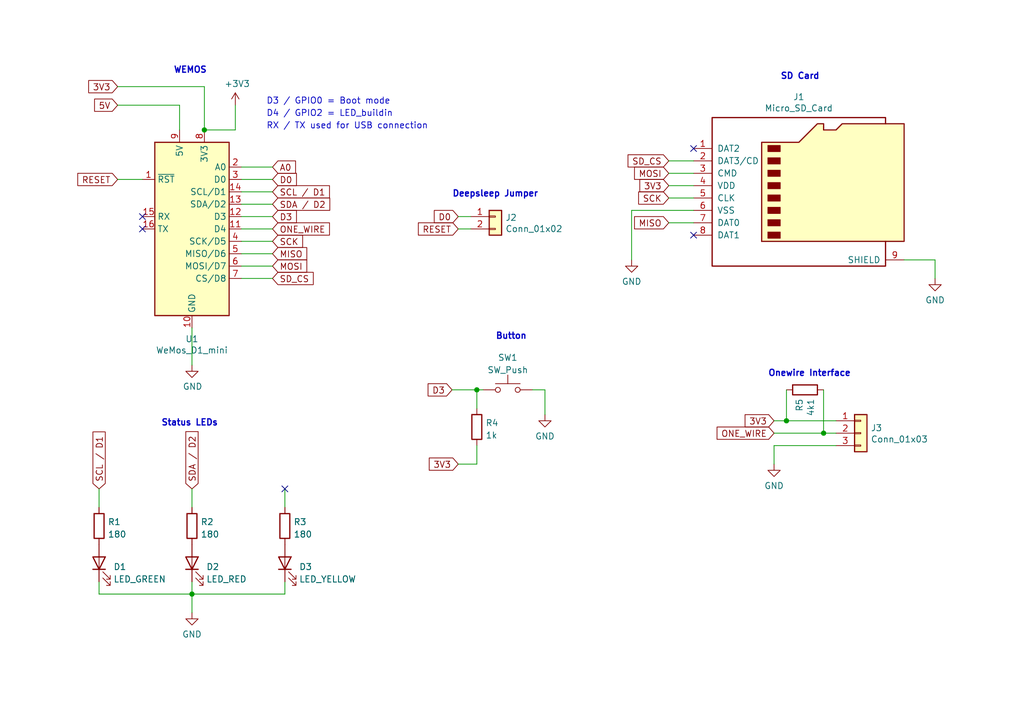
<source format=kicad_sch>
(kicad_sch (version 20211123) (generator eeschema)
  (paper "A5")
  (title_block (title "NAVEL: Food Safety Prototype") (date "2022-05-19") (rev "0.1") (company "Sustainable Communication Networks (ComNets), University of Bremen") (comment 1 "Author: Jens Dede, jd@comnets.uni-bremen.de") (comment 2 "Github: https://github.com/ComNets-Bremen/NAVEL"))
  (lib_symbols
    (symbol "Connector:Micro_SD_Card" (pin_names (offset 1.016))
      (property "Reference" "J" (at -16.51 15.24 0))
      (property "Value" "Micro_SD_Card" (at 16.51 15.24 0))
      (symbol "Micro_SD_Card_0_1"
        (rectangle (start -7.62 -9.525) (end -5.08 -10.795) (fill (type outline)))
        (rectangle (start -7.62 -6.985) (end -5.08 -8.255) (fill (type outline)))
        (rectangle (start -7.62 -4.445) (end -5.08 -5.715) (fill (type outline)))
        (rectangle (start -7.62 -1.905) (end -5.08 -3.175) (fill (type outline)))
        (rectangle (start -7.62 0.635) (end -5.08 -0.635) (fill (type outline)))
        (rectangle (start -7.62 3.175) (end -5.08 1.905) (fill (type outline)))
        (rectangle (start -7.62 5.715) (end -5.08 4.445) (fill (type outline)))
        (rectangle (start -7.62 8.255) (end -5.08 6.985) (fill (type outline)))
        (polyline (pts (xy 16.51 12.7) (xy 16.51 13.97) (xy -19.05 13.97) (xy -19.05 -16.51) (xy 16.51 -16.51) (xy 16.51 -11.43)) (stroke (width 0.254)))
        (polyline (pts (xy -8.89 -11.43) (xy -8.89 8.89) (xy -1.27 8.89) (xy 2.54 12.7) (xy 3.81 12.7) (xy 3.81 11.43) (xy 6.35 11.43) (xy 7.62 12.7) (xy 20.32 12.7) (xy 20.32 -11.43) (xy -8.89 -11.43)) (stroke (width 0.254)) (fill (type background)))
      )
      (symbol "Micro_SD_Card_1_1"
        (pin bidirectional line (at -22.86 7.62 0) (length 3.81) (name "DAT2") (number "1"))
        (pin bidirectional line (at -22.86 5.08 0) (length 3.81) (name "DAT3/CD") (number "2"))
        (pin input line (at -22.86 2.54 0) (length 3.81) (name "CMD") (number "3"))
        (pin power_in line (at -22.86 0 0) (length 3.81) (name "VDD") (number "4"))
        (pin input line (at -22.86 -2.54 0) (length 3.81) (name "CLK") (number "5"))
        (pin power_in line (at -22.86 -5.08 0) (length 3.81) (name "VSS") (number "6"))
        (pin bidirectional line (at -22.86 -7.62 0) (length 3.81) (name "DAT0") (number "7"))
        (pin bidirectional line (at -22.86 -10.16 0) (length 3.81) (name "DAT1") (number "8"))
        (pin passive line (at 20.32 -15.24 180) (length 3.81) (name "SHIELD") (number "9"))
      )
    )
    (symbol "Connector_Generic:Conn_01x02" (pin_names (offset 1.016) hide)
      (property "Reference" "J" (at 0 2.54 0))
      (property "Value" "Conn_01x02" (at 0 -5.08 0))
      (symbol "Conn_01x02_1_1"
        (rectangle (start -1.27 -2.413) (end 0 -2.667) (stroke (width 0.1524)))
        (rectangle (start -1.27 0.127) (end 0 -0.127) (stroke (width 0.1524)))
        (rectangle (start -1.27 1.27) (end 1.27 -3.81) (stroke (width 0.254)) (fill (type background)))
        (pin passive line (at -5.08 0 0) (length 3.81) (name "Pin_1") (number "1"))
        (pin passive line (at -5.08 -2.54 0) (length 3.81) (name "Pin_2") (number "2"))
      )
    )
    (symbol "Connector_Generic:Conn_01x03" (pin_names (offset 1.016) hide)
      (property "Reference" "J" (at 0 5.08 0))
      (property "Value" "Conn_01x03" (at 0 -5.08 0))
      (symbol "Conn_01x03_1_1"
        (rectangle (start -1.27 -2.413) (end 0 -2.667) (stroke (width 0.1524)))
        (rectangle (start -1.27 0.127) (end 0 -0.127) (stroke (width 0.1524)))
        (rectangle (start -1.27 2.667) (end 0 2.413) (stroke (width 0.1524)))
        (rectangle (start -1.27 3.81) (end 1.27 -3.81) (stroke (width 0.254)) (fill (type background)))
        (pin passive line (at -5.08 2.54 0) (length 3.81) (name "Pin_1") (number "1"))
        (pin passive line (at -5.08 0 0) (length 3.81) (name "Pin_2") (number "2"))
        (pin passive line (at -5.08 -2.54 0) (length 3.81) (name "Pin_3") (number "3"))
      )
    )
    (symbol "Device:LED" (pin_numbers hide) (pin_names (offset 1.016) hide)
      (property "Reference" "D" (at 0 2.54 0))
      (property "Value" "LED" (at 0 -2.54 0))
      (symbol "LED_0_1"
        (polyline (pts (xy -1.27 -1.27) (xy -1.27 1.27)) (stroke (width 0.254)))
        (polyline (pts (xy -1.27 0) (xy 1.27 0)))
        (polyline (pts (xy 1.27 -1.27) (xy 1.27 1.27) (xy -1.27 0) (xy 1.27 -1.27)) (stroke (width 0.254)))
        (polyline (pts (xy -3.048 -0.762) (xy -4.572 -2.286) (xy -3.81 -2.286) (xy -4.572 -2.286) (xy -4.572 -1.524)))
        (polyline (pts (xy -1.778 -0.762) (xy -3.302 -2.286) (xy -2.54 -2.286) (xy -3.302 -2.286) (xy -3.302 -1.524)))
      )
      (symbol "LED_1_1"
        (pin passive line (at -3.81 0 0) (length 2.54) (name "K") (number "1"))
        (pin passive line (at 3.81 0 180) (length 2.54) (name "A") (number "2"))
      )
    )
    (symbol "Device:R" (pin_numbers hide) (pin_names (offset 0))
      (property "Reference" "R" (at 2.032 0 90))
      (property "Value" "R" (at 0 0 90))
      (symbol "R_0_1"
        (rectangle (start -1.016 -2.54) (end 1.016 2.54) (stroke (width 0.254)))
      )
      (symbol "R_1_1"
        (pin passive line (at 0 3.81 270) (length 1.27) (name "~") (number "1"))
        (pin passive line (at 0 -3.81 90) (length 1.27) (name "~") (number "2"))
      )
    )
    (symbol "MCU_Module:WeMos_D1_mini"
      (property "Reference" "U" (at 3.81 19.05 0))
      (property "Value" "WeMos_D1_mini" (at 1.27 -19.05 0))
      (symbol "WeMos_D1_mini_1_1"
        (rectangle (start -7.62 17.78) (end 7.62 -17.78) (stroke (width 0.254)) (fill (type background)))
        (pin input line (at -10.16 10.16 0) (length 2.54) (name "~{RST}") (number "1"))
        (pin power_in line (at 0 -20.32 90) (length 2.54) (name "GND") (number "10"))
        (pin bidirectional line (at 10.16 0 180) (length 2.54) (name "D4") (number "11"))
        (pin bidirectional line (at 10.16 2.54 180) (length 2.54) (name "D3") (number "12"))
        (pin bidirectional line (at 10.16 5.08 180) (length 2.54) (name "SDA/D2") (number "13"))
        (pin bidirectional line (at 10.16 7.62 180) (length 2.54) (name "SCL/D1") (number "14"))
        (pin input line (at -10.16 2.54 0) (length 2.54) (name "RX") (number "15"))
        (pin output line (at -10.16 0 0) (length 2.54) (name "TX") (number "16"))
        (pin input line (at 10.16 12.7 180) (length 2.54) (name "A0") (number "2"))
        (pin bidirectional line (at 10.16 10.16 180) (length 2.54) (name "D0") (number "3"))
        (pin bidirectional line (at 10.16 -2.54 180) (length 2.54) (name "SCK/D5") (number "4"))
        (pin bidirectional line (at 10.16 -5.08 180) (length 2.54) (name "MISO/D6") (number "5"))
        (pin bidirectional line (at 10.16 -7.62 180) (length 2.54) (name "MOSI/D7") (number "6"))
        (pin bidirectional line (at 10.16 -10.16 180) (length 2.54) (name "CS/D8") (number "7"))
        (pin power_out line (at 2.54 20.32 270) (length 2.54) (name "3V3") (number "8"))
        (pin power_in line (at -2.54 20.32 270) (length 2.54) (name "5V") (number "9"))
      )
    )
    (symbol "Switch:SW_Push" (pin_numbers hide) (pin_names (offset 1.016) hide)
      (property "Reference" "SW" (at 1.27 2.54 0))
      (property "Value" "SW_Push" (at 0 -1.524 0))
      (symbol "SW_Push_0_1"
        (circle (center -2.032 0) (radius 0.508))
        (polyline (pts (xy 0 1.27) (xy 0 3.048)))
        (polyline (pts (xy 2.54 1.27) (xy -2.54 1.27)))
        (circle (center 2.032 0) (radius 0.508))
        (pin passive line (at -5.08 0 0) (length 2.54) (name "1") (number "1"))
        (pin passive line (at 5.08 0 180) (length 2.54) (name "2") (number "2"))
      )
    )
    (symbol "power:+3.3V" (power) (pin_names (offset 0))
      (property "Value" "+3.3V" (at 0 3.556 0))
      (symbol "+3.3V_0_1"
        (polyline (pts (xy -0.762 1.27) (xy 0 2.54)))
        (polyline (pts (xy 0 0) (xy 0 2.54)))
        (polyline (pts (xy 0 2.54) (xy 0.762 1.27)))
      )
      (symbol "+3.3V_1_1"
        (pin power_in line (at 0 0 90) (length 0) hide (name "+3V3") (number "1"))
      )
    )
    (symbol "power:GND" (power) (pin_names (offset 0))
      (property "Value" "GND" (at 0 -3.81 0))
      (symbol "GND_0_1"
        (polyline (pts (xy 0 0) (xy 0 -1.27) (xy 1.27 -1.27) (xy 0 -2.54) (xy -1.27 -1.27) (xy 0 -1.27)))
      )
      (symbol "GND_1_1"
        (pin power_in line (at 0 0 270) (length 0) hide (name "GND") (number "1"))
      )
    )
  )
  (junction (at 161.29 86.36))
  (junction (at 168.91 88.9))
  (junction (at 97.79 80.01))
  (junction (at 39.37 121.92))
  (junction (at 41.91 26.67))
  (no_connect (at 58.42 100.33))
  (no_connect (at 29.21 46.99))
  (no_connect (at 29.21 44.45))
  (no_connect (at 142.24 48.26))
  (no_connect (at 142.24 30.48))
  (wire (pts (xy 55.88 41.91) (xy 49.53 41.91)))
  (wire (pts (xy 129.54 43.18) (xy 129.54 53.34)))
  (wire (pts (xy 48.26 21.59) (xy 48.26 26.67)))
  (wire (pts (xy 96.52 44.45) (xy 93.98 44.45)))
  (wire (pts (xy 158.75 91.44) (xy 158.75 95.25)))
  (wire (pts (xy 58.42 100.33) (xy 58.42 104.14)))
  (wire (pts (xy 137.16 45.72) (xy 142.24 45.72)))
  (wire (pts (xy 97.79 80.01) (xy 99.06 80.01)))
  (wire (pts (xy 185.42 53.34) (xy 191.77 53.34)))
  (wire (pts (xy 142.24 35.56) (xy 137.16 35.56)))
  (wire (pts (xy 158.75 88.9) (xy 168.91 88.9)))
  (wire (pts (xy 48.26 26.67) (xy 41.91 26.67)))
  (wire (pts (xy 168.91 88.9) (xy 171.45 88.9)))
  (wire (pts (xy 39.37 119.38) (xy 39.37 121.92)))
  (wire (pts (xy 97.79 80.01) (xy 97.79 83.82)))
  (wire (pts (xy 41.91 17.78) (xy 41.91 26.67)))
  (wire (pts (xy 49.53 34.29) (xy 55.88 34.29)))
  (wire (pts (xy 137.16 33.02) (xy 142.24 33.02)))
  (wire (pts (xy 137.16 38.1) (xy 142.24 38.1)))
  (wire (pts (xy 36.83 26.67) (xy 36.83 21.59)))
  (wire (pts (xy 111.76 80.01) (xy 111.76 85.09)))
  (wire (pts (xy 92.71 80.01) (xy 97.79 80.01)))
  (wire (pts (xy 109.22 80.01) (xy 111.76 80.01)))
  (wire (pts (xy 39.37 121.92) (xy 58.42 121.92)))
  (wire (pts (xy 39.37 121.92) (xy 39.37 125.73)))
  (wire (pts (xy 20.32 119.38) (xy 20.32 121.92)))
  (wire (pts (xy 171.45 91.44) (xy 158.75 91.44)))
  (wire (pts (xy 49.53 44.45) (xy 55.88 44.45)))
  (wire (pts (xy 168.91 80.01) (xy 168.91 88.9)))
  (wire (pts (xy 142.24 43.18) (xy 129.54 43.18)))
  (wire (pts (xy 142.24 40.64) (xy 137.16 40.64)))
  (wire (pts (xy 158.75 86.36) (xy 161.29 86.36)))
  (wire (pts (xy 39.37 67.31) (xy 39.37 74.93)))
  (wire (pts (xy 55.88 57.15) (xy 49.53 57.15)))
  (wire (pts (xy 39.37 100.33) (xy 39.37 104.14)))
  (wire (pts (xy 24.13 17.78) (xy 41.91 17.78)))
  (wire (pts (xy 161.29 86.36) (xy 171.45 86.36)))
  (wire (pts (xy 97.79 91.44) (xy 97.79 95.25)))
  (wire (pts (xy 49.53 49.53) (xy 55.88 49.53)))
  (wire (pts (xy 49.53 54.61) (xy 55.88 54.61)))
  (wire (pts (xy 29.21 36.83) (xy 24.13 36.83)))
  (wire (pts (xy 161.29 80.01) (xy 161.29 86.36)))
  (wire (pts (xy 36.83 21.59) (xy 24.13 21.59)))
  (wire (pts (xy 58.42 119.38) (xy 58.42 121.92)))
  (wire (pts (xy 20.32 121.92) (xy 39.37 121.92)))
  (wire (pts (xy 55.88 36.83) (xy 49.53 36.83)))
  (wire (pts (xy 55.88 52.07) (xy 49.53 52.07)))
  (wire (pts (xy 20.32 100.33) (xy 20.32 104.14)))
  (wire (pts (xy 49.53 46.99) (xy 55.88 46.99)))
  (wire (pts (xy 55.88 39.37) (xy 49.53 39.37)))
  (wire (pts (xy 93.98 95.25) (xy 97.79 95.25)))
  (wire (pts (xy 191.77 53.34) (xy 191.77 57.15)))
  (wire (pts (xy 93.98 46.99) (xy 96.52 46.99)))
  (text "WEMOS" (at 35.56 15.24 0) (effects (font (size 1.27 1.27) (thickness 0.254) bold) (justify left bottom)))
  (text "Button" (at 101.6 69.85 0) (effects (font (size 1.27 1.27) (thickness 0.254) bold) (justify left bottom)))
  (text "RX / TX used for USB connection" (at 54.61 26.67 0) (effects (font (size 1.27 1.27)) (justify left bottom)))
  (text "Onewire Interface" (at 157.48 77.47 0) (effects (font (size 1.27 1.27) (thickness 0.254) bold) (justify left bottom)))
  (text "D3 / GPIO0 = Boot mode" (at 54.61 21.59 0) (effects (font (size 1.27 1.27)) (justify left bottom)))
  (text "Status LEDs" (at 33.02 87.63 0) (effects (font (size 1.27 1.27) (thickness 0.254) bold) (justify left bottom)))
  (text "SD Card" (at 160.02 16.51 0) (effects (font (size 1.27 1.27) (thickness 0.254) bold) (justify left bottom)))
  (text "Deepsleep Jumper" (at 92.71 40.64 0) (effects (font (size 1.27 1.27) (thickness 0.254) bold) (justify left bottom)))
  (text "D4 / GPIO2 = LED_buildin" (at 54.61 24.13 0) (effects (font (size 1.27 1.27)) (justify left bottom)))
  (global_label "SCK" (shape input) (at 55.88 49.53 0) (property "Referenzen zwischen Schaltplänen" "${INTERSHEET_REFS}" (effects hide)))
  (global_label "MOSI" (shape input) (at 137.16 35.56 180) (property "Referenzen zwischen Schaltplänen" "${INTERSHEET_REFS}" (effects hide)))
  (global_label "SCL {slash} D1" (shape input) (at 55.88 39.37 0) (property "Referenzen zwischen Schaltplänen" "${INTERSHEET_REFS}" (effects hide)))
  (global_label "SDA {slash} D2" (shape input) (at 55.88 41.91 0) (property "Referenzen zwischen Schaltplänen" "${INTERSHEET_REFS}" (effects hide)))
  (global_label "SCL {slash} D1" (shape input) (at 20.32 100.33 90) (property "Referenzen zwischen Schaltplänen" "${INTERSHEET_REFS}" (effects hide)))
  (global_label "D0" (shape input) (at 93.98 44.45 180) (property "Referenzen zwischen Schaltplänen" "${INTERSHEET_REFS}" (effects hide)))
  (global_label "3V3" (shape input) (at 158.75 86.36 180) (property "Referenzen zwischen Schaltplänen" "${INTERSHEET_REFS}" (effects hide)))
  (global_label "RESET" (shape input) (at 93.98 46.99 180) (property "Referenzen zwischen Schaltplänen" "${INTERSHEET_REFS}" (effects hide)))
  (global_label "MISO" (shape input) (at 137.16 45.72 180) (property "Referenzen zwischen Schaltplänen" "${INTERSHEET_REFS}" (effects hide)))
  (global_label "D3" (shape input) (at 55.88 44.45 0) (property "Referenzen zwischen Schaltplänen" "${INTERSHEET_REFS}" (effects hide)))
  (global_label "MOSI" (shape input) (at 55.88 54.61 0) (property "Referenzen zwischen Schaltplänen" "${INTERSHEET_REFS}" (effects hide)))
  (global_label "3V3" (shape input) (at 137.16 38.1 180) (property "Referenzen zwischen Schaltplänen" "${INTERSHEET_REFS}" (effects hide)))
  (global_label "A0" (shape input) (at 55.88 34.29 0) (property "Referenzen zwischen Schaltplänen" "${INTERSHEET_REFS}" (effects hide)))
  (global_label "SD_CS" (shape input) (at 137.16 33.02 180) (property "Referenzen zwischen Schaltplänen" "${INTERSHEET_REFS}" (effects hide)))
  (global_label "3V3" (shape input) (at 24.13 17.78 180) (property "Referenzen zwischen Schaltplänen" "${INTERSHEET_REFS}" (effects hide)))
  (global_label "MISO" (shape input) (at 55.88 52.07 0) (property "Referenzen zwischen Schaltplänen" "${INTERSHEET_REFS}" (effects hide)))
  (global_label "D0" (shape input) (at 55.88 36.83 0) (property "Referenzen zwischen Schaltplänen" "${INTERSHEET_REFS}" (effects hide)))
  (global_label "D3" (shape input) (at 92.71 80.01 180) (property "Referenzen zwischen Schaltplänen" "${INTERSHEET_REFS}" (effects hide)))
  (global_label "SCK" (shape input) (at 137.16 40.64 180) (property "Referenzen zwischen Schaltplänen" "${INTERSHEET_REFS}" (effects hide)))
  (global_label "ONE_WIRE" (shape input) (at 158.75 88.9 180) (property "Referenzen zwischen Schaltplänen" "${INTERSHEET_REFS}" (effects hide)))
  (global_label "ONE_WIRE" (shape input) (at 55.88 46.99 0) (property "Referenzen zwischen Schaltplänen" "${INTERSHEET_REFS}" (effects hide)))
  (global_label "SDA {slash} D2" (shape input) (at 39.37 100.33 90) (property "Referenzen zwischen Schaltplänen" "${INTERSHEET_REFS}" (effects hide)))
  (global_label "RESET" (shape input) (at 24.13 36.83 180) (property "Referenzen zwischen Schaltplänen" "${INTERSHEET_REFS}" (effects hide)))
  (global_label "3V3" (shape input) (at 93.98 95.25 180) (property "Referenzen zwischen Schaltplänen" "${INTERSHEET_REFS}" (effects hide)))
  (global_label "5V" (shape input) (at 24.13 21.59 180) (property "Referenzen zwischen Schaltplänen" "${INTERSHEET_REFS}" (effects hide)))
  (global_label "SD_CS" (shape input) (at 55.88 57.15 0) (property "Referenzen zwischen Schaltplänen" "${INTERSHEET_REFS}" (effects hide)))
  (symbol (lib_id "MCU_Module:WeMos_D1_mini") (at 39.37 46.99 0) (unit 1)
    (property "Reference" "U1" (at 39.37 69.5706 0))
    (property "Value" "WeMos_D1_mini" (at 39.37 71.882 0))
    (property "Footprint" "Module:WEMOS_D1_mini_light" (effects hide))
    (property "Datasheet" "https://wiki.wemos.cc/products:d1:d1_mini#documentation" (effects hide))
  )
  (symbol (lib_id "Connector:Micro_SD_Card") (at 165.1 38.1 0) (unit 1)
    (property "Reference" "J1" (at 163.83 19.8882 0))
    (property "Value" "Micro_SD_Card" (at 163.83 22.1996 0))
    (property "Datasheet" "http://katalog.we-online.de/em/datasheet/693072010801.pdf" (effects hide))
  )
  (symbol (lib_id "Connector_Generic:Conn_01x02") (at 101.6 44.45 0) (unit 1)
    (property "Reference" "J2" (at 103.632 44.6532 0) (effects (justify left)))
    (property "Value" "Conn_01x02" (at 103.632 46.9646 0) (effects (justify left)))
  )
  (symbol (lib_id "Connector_Generic:Conn_01x03") (at 176.53 88.9 0) (unit 1)
    (property "Reference" "J3" (at 178.562 87.8332 0) (effects (justify left)))
    (property "Value" "Conn_01x03" (at 178.562 90.1446 0) (effects (justify left)))
  )
  (symbol (lib_id "Device:R") (at 165.1 80.01 270) (unit 1)
    (property "Reference" "4k1" (at 166.2684 81.788 0) (effects (justify left)))
    (property "Value" "R5" (at 163.957 81.788 0) (effects (justify left)))
  )
  (symbol (lib_id "power:+3.3V") (at 48.26 21.59 0) (unit 1)
    (property "Reference" "#PWR03" (effects hide))
    (property "Value" "+3.3V" (at 48.641 17.1958 0))
  )
  (symbol (lib_id "power:GND") (at 39.37 74.93 0) (unit 1)
    (property "Reference" "#PWR02" (effects hide))
    (property "Value" "GND" (at 39.497 79.3242 0))
  )
  (symbol (lib_id "Device:LED") (at 58.42 115.57 90) (unit 1)
    (property "Reference" "D3" (at 61.341 116.3228 90) (effects (justify right)))
    (property "Value" "LED_YELLOW" (at 61.341 118.8597 90) (effects (justify right)))
  )
  (symbol (lib_id "Device:R") (at 20.32 107.95 0) (unit 1)
    (property "Reference" "R1" (at 22.098 107.1153 0) (effects (justify left)))
    (property "Value" "180" (at 22.098 109.6522 0) (effects (justify left)))
  )
  (symbol (lib_id "Device:LED") (at 20.32 115.57 90) (unit 1)
    (property "Reference" "D1" (at 23.241 116.3228 90) (effects (justify right)))
    (property "Value" "LED_GREEN" (at 23.241 118.8597 90) (effects (justify right)))
  )
  (symbol (lib_id "power:GND") (at 111.76 85.09 0) (unit 1)
    (property "Reference" "#PWR05" (effects hide))
    (property "Value" "GND" (at 111.76 89.5334 0))
  )
  (symbol (lib_id "Device:R") (at 58.42 107.95 0) (unit 1)
    (property "Reference" "R3" (at 60.198 107.1153 0) (effects (justify left)))
    (property "Value" "180" (at 60.198 109.6522 0) (effects (justify left)))
  )
  (symbol (lib_id "Device:R") (at 97.79 87.63 0) (unit 1)
    (property "Reference" "R4" (at 99.568 86.7953 0) (effects (justify left)))
    (property "Value" "1k" (at 99.568 89.3322 0) (effects (justify left)))
  )
  (symbol (lib_id "Switch:SW_Push") (at 104.14 80.01 0) (unit 1)
    (property "Reference" "SW1" (at 104.14 73.3892 0))
    (property "Value" "SW_Push" (at 104.14 75.9261 0))
  )
  (symbol (lib_id "Device:LED") (at 39.37 115.57 90) (unit 1)
    (property "Reference" "D2" (at 42.291 116.3228 90) (effects (justify right)))
    (property "Value" "LED_RED" (at 42.291 118.8597 90) (effects (justify right)))
  )
  (symbol (lib_id "power:GND") (at 158.75 95.25 0) (unit 1)
    (property "Reference" "#PWR06" (effects hide))
    (property "Value" "GND" (at 158.75 99.6934 0))
  )
  (symbol (lib_id "Device:R") (at 39.37 107.95 0) (unit 1)
    (property "Reference" "R2" (at 41.148 107.1153 0) (effects (justify left)))
    (property "Value" "180" (at 41.148 109.6522 0) (effects (justify left)))
  )
  (symbol (lib_id "power:GND") (at 191.77 57.15 0) (unit 1)
    (property "Reference" "#PWR04" (effects hide))
    (property "Value" "GND" (at 191.77 61.5934 0))
  )
  (symbol (lib_id "power:GND") (at 39.37 125.73 0) (unit 1)
    (property "Reference" "#PWR07" (effects hide))
    (property "Value" "GND" (at 39.37 130.1734 0))
  )
  (symbol (lib_id "power:GND") (at 129.54 53.34 0) (unit 1)
    (property "Reference" "#PWR01" (effects hide))
    (property "Value" "GND" (at 129.54 57.7834 0))
  )
)
</source>
